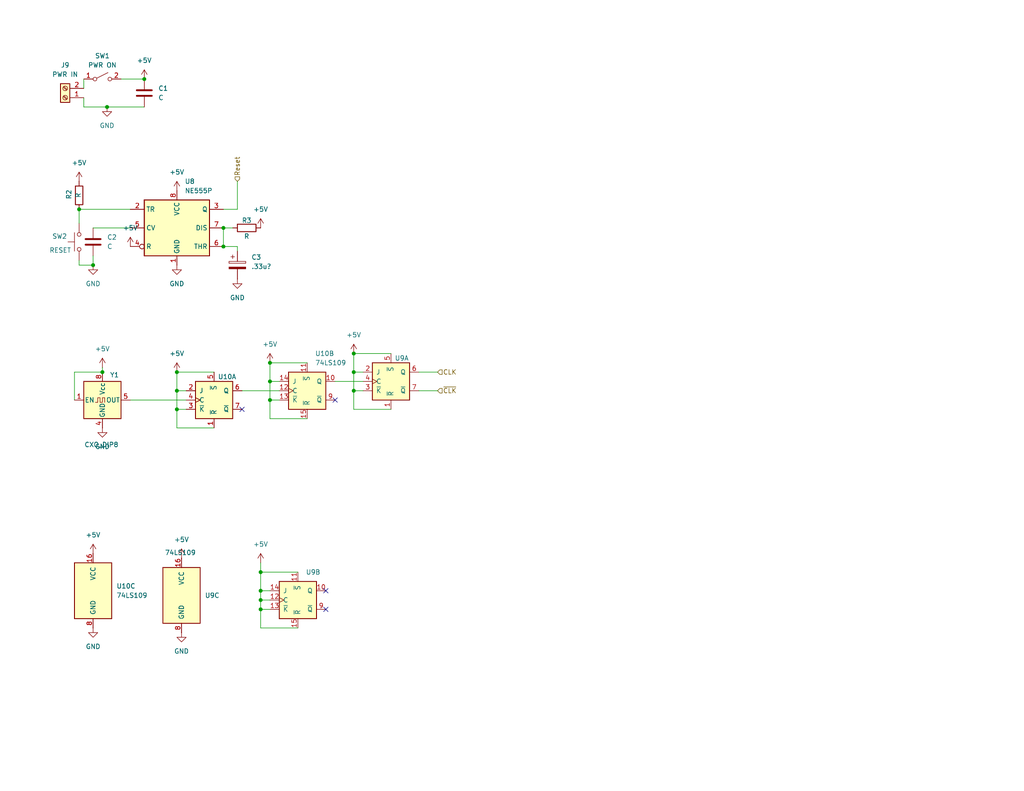
<source format=kicad_sch>
(kicad_sch (version 20250114) (generator "eeschema") (generator_version "9.0")
  (paper "A")
  (title_block (title "Big Boy") (date "2025-11-17") (rev "1"))
  (lib_symbols
    (symbol "74xx:74LS109" (pin_names (offset 1.016))
      (property "Reference" "U" (at -7.62 8.89 0))
      (property "Value" "74LS109" (at -7.62 -8.89 0))
      (symbol "74LS109_1_0"
        (pin input line (at -7.62 2.54 0) (length 2.54) (name "J") (number "2"))
        (pin input clock (at -7.62 0 0) (length 2.54) (name "C") (number "4"))
        (pin input line (at -7.62 -2.54 0) (length 2.54) (name "~{K}") (number "3"))
        (pin input line (at 0 7.62 270) (length 2.54) (name "~{S}") (number "5"))
        (pin input line (at 0 -7.62 90) (length 2.54) (name "~{R}") (number "1"))
        (pin output line (at 7.62 2.54 180) (length 2.54) (name "Q") (number "6"))
        (pin output line (at 7.62 -2.54 180) (length 2.54) (name "~{Q}") (number "7"))
      )
      (symbol "74LS109_1_1"
        (rectangle (start -5.08 5.08) (end 5.08 -5.08) (stroke (width 0.254)) (fill (type background)))
      )
      (symbol "74LS109_2_0"
        (pin input line (at -7.62 2.54 0) (length 2.54) (name "J") (number "14"))
        (pin input clock (at -7.62 0 0) (length 2.54) (name "C") (number "12"))
        (pin input line (at -7.62 -2.54 0) (length 2.54) (name "~{K}") (number "13"))
        (pin input line (at 0 7.62 270) (length 2.54) (name "~{S}") (number "11"))
        (pin input line (at 0 -7.62 90) (length 2.54) (name "~{R}") (number "15"))
        (pin output line (at 7.62 2.54 180) (length 2.54) (name "Q") (number "10"))
        (pin output line (at 7.62 -2.54 180) (length 2.54) (name "~{Q}") (number "9"))
      )
      (symbol "74LS109_2_1"
        (rectangle (start -5.08 5.08) (end 5.08 -5.08) (stroke (width 0.254)) (fill (type background)))
      )
      (symbol "74LS109_3_0"
        (pin power_in line (at 0 10.16 270) (length 2.54) (name "VCC") (number "16"))
        (pin power_in line (at 0 -10.16 90) (length 2.54) (name "GND") (number "8"))
      )
      (symbol "74LS109_3_1"
        (rectangle (start -5.08 7.62) (end 5.08 -7.62) (stroke (width 0.254)) (fill (type background)))
      )
    )
    (symbol "Connector:Screw_Terminal_01x02" (pin_names (offset 1.016) (hide yes))
      (property "Reference" "J" (at 0 2.54 0))
      (property "Value" "Screw_Terminal_01x02" (at 0 -5.08 0))
      (symbol "Screw_Terminal_01x02_1_1"
        (rectangle (start -1.27 1.27) (end 1.27 -3.81) (stroke (width 0.254)) (fill (type background)))
        (polyline (pts (xy -0.5334 0.3302) (xy 0.3302 -0.508)) (stroke (width 0.1524)))
        (polyline (pts (xy -0.5334 -2.2098) (xy 0.3302 -3.048)) (stroke (width 0.1524)))
        (polyline (pts (xy -0.3556 0.508) (xy 0.508 -0.3302)) (stroke (width 0.1524)))
        (polyline (pts (xy -0.3556 -2.032) (xy 0.508 -2.8702)) (stroke (width 0.1524)))
        (circle (center 0 0) (radius 0.635) (stroke (width 0.1524)))
        (circle (center 0 -2.54) (radius 0.635) (stroke (width 0.1524)))
        (pin passive line (at -5.08 0 0) (length 3.81) (name "Pin_1") (number "1"))
        (pin passive line (at -5.08 -2.54 0) (length 3.81) (name "Pin_2") (number "2"))
      )
    )
    (symbol "Device:C" (pin_numbers (hide yes)) (pin_names (offset 0.254))
      (property "Reference" "C" (at 0.635 2.54 0))
      (property "Value" "C" (at 0.635 -2.54 0))
      (symbol "C_0_1"
        (polyline (pts (xy -2.032 0.762) (xy 2.032 0.762)) (stroke (width 0.508)))
        (polyline (pts (xy -2.032 -0.762) (xy 2.032 -0.762)) (stroke (width 0.508)))
      )
      (symbol "C_1_1"
        (pin passive line (at 0 3.81 270) (length 2.794) (name "~") (number "1"))
        (pin passive line (at 0 -3.81 90) (length 2.794) (name "~") (number "2"))
      )
    )
    (symbol "Device:C_Polarized" (pin_numbers (hide yes)) (pin_names (offset 0.254))
      (property "Reference" "C" (at 0.635 2.54 0))
      (property "Value" "C_Polarized" (at 0.635 -2.54 0))
      (symbol "C_Polarized_0_1"
        (rectangle (start -2.286 0.508) (end 2.286 1.016))
        (polyline (pts (xy -1.778 2.286) (xy -0.762 2.286)))
        (polyline (pts (xy -1.27 2.794) (xy -1.27 1.778)))
        (rectangle (start 2.286 -0.508) (end -2.286 -1.016) (fill (type outline)))
      )
      (symbol "C_Polarized_1_1"
        (pin passive line (at 0 3.81 270) (length 2.794) (name "~") (number "1"))
        (pin passive line (at 0 -3.81 90) (length 2.794) (name "~") (number "2"))
      )
    )
    (symbol "Device:R" (pin_numbers (hide yes)) (pin_names (offset 0))
      (property "Reference" "R" (at 2.032 0 90))
      (property "Value" "R" (at 0 0 90))
      (symbol "R_0_1"
        (rectangle (start -1.016 -2.54) (end 1.016 2.54) (stroke (width 0.254)))
      )
      (symbol "R_1_1"
        (pin passive line (at 0 3.81 270) (length 1.27) (name "~") (number "1"))
        (pin passive line (at 0 -3.81 90) (length 1.27) (name "~") (number "2"))
      )
    )
    (symbol "Oscillator:CXO_DIP8" (pin_names (offset 0.254))
      (property "Reference" "Y" (at -5.08 6.35 0))
      (property "Value" "CXO_DIP8" (at 1.27 -6.35 0))
      (symbol "CXO_DIP8_0_1"
        (rectangle (start -5.08 5.08) (end 5.08 -5.08) (stroke (width 0.254)) (fill (type background)))
        (polyline (pts (xy -1.905 -0.635) (xy -1.27 -0.635) (xy -1.27 0.635) (xy -0.635 0.635) (xy -0.635 -0.635) (xy 0 -0.635) (xy 0 0.635) (xy 0.635 0.635) (xy 0.635 -0.635)))
      )
      (symbol "CXO_DIP8_1_1"
        (pin input line (at -7.62 0 0) (length 2.54) (name "EN") (number "1"))
        (pin power_in line (at 0 7.62 270) (length 2.54) (name "Vcc") (number "8"))
        (pin power_in line (at 0 -7.62 90) (length 2.54) (name "GND") (number "4"))
        (pin output line (at 7.62 0 180) (length 2.54) (name "OUT") (number "5"))
      )
    )
    (symbol "Switch:SW_Push" (pin_numbers (hide yes)) (pin_names (offset 1.016) (hide yes))
      (property "Reference" "SW" (at 1.27 2.54 0))
      (property "Value" "SW_Push" (at 0 -1.524 0))
      (symbol "SW_Push_0_1"
        (circle (center -2.032 0) (radius 0.508))
        (polyline (pts (xy 0 1.27) (xy 0 3.048)))
        (circle (center 2.032 0) (radius 0.508))
        (polyline (pts (xy 2.54 1.27) (xy -2.54 1.27)))
        (pin passive line (at -5.08 0 0) (length 2.54) (name "1") (number "1"))
        (pin passive line (at 5.08 0 180) (length 2.54) (name "2") (number "2"))
      )
    )
    (symbol "Switch:SW_SPST" (pin_names (offset 0) (hide yes))
      (property "Reference" "SW" (at 0 3.175 0))
      (property "Value" "SW_SPST" (at 0 -2.54 0))
      (symbol "SW_SPST_0_0"
        (circle (center -2.032 0) (radius 0.508))
        (polyline (pts (xy -1.524 0.254) (xy 1.524 1.778)))
        (circle (center 2.032 0) (radius 0.508))
      )
      (symbol "SW_SPST_1_1"
        (pin passive line (at -5.08 0 0) (length 2.54) (name "A") (number "1"))
        (pin passive line (at 5.08 0 180) (length 2.54) (name "B") (number "2"))
      )
    )
    (symbol "Timer:NE555P"
      (property "Reference" "U" (at -10.16 8.89 0))
      (property "Value" "NE555P" (at 2.54 8.89 0))
      (symbol "NE555P_0_0"
        (pin power_in line (at 0 10.16 270) (length 2.54) (name "VCC") (number "8"))
        (pin power_in line (at 0 -10.16 90) (length 2.54) (name "GND") (number "1"))
      )
      (symbol "NE555P_0_1"
        (rectangle (start -8.89 -7.62) (end 8.89 7.62) (stroke (width 0.254)) (fill (type background)))
        (rectangle (start -8.89 -7.62) (end 8.89 7.62) (stroke (width 0.254)) (fill (type background)))
      )
      (symbol "NE555P_1_1"
        (pin input line (at -12.7 5.08 0) (length 3.81) (name "TR") (number "2"))
        (pin input line (at -12.7 0 0) (length 3.81) (name "CV") (number "5"))
        (pin input inverted (at -12.7 -5.08 0) (length 3.81) (name "R") (number "4"))
        (pin output line (at 12.7 5.08 180) (length 3.81) (name "Q") (number "3"))
        (pin input line (at 12.7 0 180) (length 3.81) (name "DIS") (number "7"))
        (pin input line (at 12.7 -5.08 180) (length 3.81) (name "THR") (number "6"))
      )
    )
    (symbol "power:+5V" (power) (pin_numbers (hide yes)) (pin_names (offset 0) (hide yes))
      (property "Value" "+5V" (at 0 3.556 0))
      (symbol "+5V_0_1"
        (polyline (pts (xy -0.762 1.27) (xy 0 2.54)))
        (polyline (pts (xy 0 2.54) (xy 0.762 1.27)))
        (polyline (pts (xy 0 0) (xy 0 2.54)))
      )
      (symbol "+5V_1_1"
        (pin power_in line (at 0 0 90) (length 0) (name "~") (number "1"))
      )
    )
    (symbol "power:GND" (power) (pin_numbers (hide yes)) (pin_names (offset 0) (hide yes))
      (property "Value" "GND" (at 0 -3.81 0))
      (symbol "GND_0_1"
        (polyline (pts (xy 0 0) (xy 0 -1.27) (xy 1.27 -1.27) (xy 0 -2.54) (xy -1.27 -1.27) (xy 0 -1.27)))
      )
      (symbol "GND_1_1"
        (pin power_in line (at 0 0 270) (length 0) (name "~") (number "1"))
      )
    )
  )
  (junction (at 73.66 109.22))
  (junction (at 96.52 101.6))
  (junction (at 73.66 104.14))
  (junction (at 21.59 57.15))
  (junction (at 48.26 101.6))
  (junction (at 25.4 72.39))
  (junction (at 96.52 96.52))
  (junction (at 71.12 156.21))
  (junction (at 73.66 99.06))
  (junction (at 71.12 166.37))
  (junction (at 27.94 101.6))
  (junction (at 39.37 21.59))
  (junction (at 60.96 67.31))
  (junction (at 29.21 29.21))
  (junction (at 96.52 106.68))
  (junction (at 60.96 62.23))
  (junction (at 48.26 106.68))
  (junction (at 71.12 161.29))
  (junction (at 71.12 163.83))
  (junction (at 48.26 111.76))
  (no_connect (at 88.9 166.37))
  (no_connect (at 66.04 111.76))
  (no_connect (at 91.44 109.22))
  (no_connect (at 88.9 161.29))
  (wire (pts (xy 73.66 166.37) (xy 71.12 166.37)))
  (wire (pts (xy 73.66 99.06) (xy 83.82 99.06)))
  (wire (pts (xy 64.77 49.53) (xy 64.77 57.15)))
  (wire (pts (xy 21.59 57.15) (xy 35.56 57.15)))
  (wire (pts (xy 76.2 109.22) (xy 73.66 109.22)))
  (wire (pts (xy 39.37 29.21) (xy 29.21 29.21)))
  (wire (pts (xy 73.66 109.22) (xy 73.66 104.14)))
  (wire (pts (xy 48.26 101.6) (xy 48.26 106.68)))
  (wire (pts (xy 71.12 166.37) (xy 71.12 163.83)))
  (wire (pts (xy 48.26 106.68) (xy 50.8 106.68)))
  (wire (pts (xy 96.52 101.6) (xy 96.52 96.52)))
  (wire (pts (xy 71.12 156.21) (xy 71.12 161.29)))
  (wire (pts (xy 25.4 69.85) (xy 25.4 72.39)))
  (wire (pts (xy 73.66 163.83) (xy 71.12 163.83)))
  (wire (pts (xy 81.28 171.45) (xy 71.12 171.45)))
  (wire (pts (xy 21.59 57.15) (xy 21.59 60.96)))
  (wire (pts (xy 35.56 109.22) (xy 50.8 109.22)))
  (wire (pts (xy 99.06 101.6) (xy 96.52 101.6)))
  (wire (pts (xy 58.42 116.84) (xy 48.26 116.84)))
  (wire (pts (xy 48.26 116.84) (xy 48.26 111.76)))
  (wire (pts (xy 83.82 114.3) (xy 73.66 114.3)))
  (wire (pts (xy 50.8 111.76) (xy 48.26 111.76)))
  (wire (pts (xy 60.96 62.23) (xy 63.5 62.23)))
  (wire (pts (xy 20.32 101.6) (xy 27.94 101.6)))
  (wire (pts (xy 114.3 106.68) (xy 119.38 106.68)))
  (wire (pts (xy 20.32 109.22) (xy 20.32 101.6)))
  (wire (pts (xy 21.59 72.39) (xy 25.4 72.39)))
  (wire (pts (xy 60.96 57.15) (xy 64.77 57.15)))
  (wire (pts (xy 76.2 104.14) (xy 73.66 104.14)))
  (wire (pts (xy 66.04 106.68) (xy 76.2 106.68)))
  (wire (pts (xy 96.52 111.76) (xy 96.52 106.68)))
  (wire (pts (xy 64.77 67.31) (xy 64.77 68.58)))
  (wire (pts (xy 73.66 114.3) (xy 73.66 109.22)))
  (wire (pts (xy 71.12 171.45) (xy 71.12 166.37)))
  (wire (pts (xy 21.59 72.39) (xy 21.59 71.12)))
  (wire (pts (xy 48.26 111.76) (xy 48.26 106.68)))
  (wire (pts (xy 73.66 161.29) (xy 71.12 161.29)))
  (wire (pts (xy 60.96 62.23) (xy 60.96 67.31)))
  (wire (pts (xy 64.77 67.31) (xy 60.96 67.31)))
  (wire (pts (xy 106.68 111.76) (xy 96.52 111.76)))
  (wire (pts (xy 99.06 106.68) (xy 96.52 106.68)))
  (wire (pts (xy 73.66 104.14) (xy 73.66 99.06)))
  (wire (pts (xy 22.86 29.21) (xy 22.86 26.67)))
  (wire (pts (xy 27.94 100.33) (xy 27.94 101.6)))
  (wire (pts (xy 114.3 101.6) (xy 119.38 101.6)))
  (wire (pts (xy 71.12 161.29) (xy 71.12 163.83)))
  (wire (pts (xy 58.42 101.6) (xy 48.26 101.6)))
  (wire (pts (xy 71.12 156.21) (xy 71.12 153.67)))
  (wire (pts (xy 81.28 156.21) (xy 71.12 156.21)))
  (wire (pts (xy 22.86 29.21) (xy 29.21 29.21)))
  (wire (pts (xy 22.86 21.59) (xy 22.86 24.13)))
  (wire (pts (xy 33.02 21.59) (xy 39.37 21.59)))
  (wire (pts (xy 96.52 96.52) (xy 106.68 96.52)))
  (wire (pts (xy 96.52 106.68) (xy 96.52 101.6)))
  (wire (pts (xy 91.44 104.14) (xy 99.06 104.14)))
  (wire (pts (xy 25.4 62.23) (xy 35.56 62.23)))
  (hierarchical_label "Reset" (shape input) (at 64.77 49.53 90))
  (hierarchical_label "CLK" (shape input) (at 119.38 101.6 0))
  (hierarchical_label "~{CLK}" (shape input) (at 119.38 106.68 0))
  (symbol (lib_id "power:+5V") (at 48.26 52.07 0) (unit 1)
    (property "Reference" "#PWR56" (effects (hide yes)))
    (property "Value" "+5V" (at 48.26 46.99 0))
    (property "Description" "Power symbol creates a global label with name \"+5V\"" (effects (hide yes)))
  )
  (symbol (lib_id "power:GND") (at 29.21 29.21 0) (unit 1)
    (property "Reference" "#PWR54" (effects (hide yes)))
    (property "Value" "GND" (at 29.21 34.29 0))
    (property "Description" "Power symbol creates a global label with name \"GND\" , ground" (effects (hide yes)))
  )
  (symbol (lib_id "power:GND") (at 49.53 172.72 0) (unit 1)
    (property "Reference" "#PWR71" (effects (hide yes)))
    (property "Value" "GND" (at 49.53 177.8 0))
    (property "Description" "Power symbol creates a global label with name \"GND\" , ground" (effects (hide yes)))
  )
  (symbol (lib_id "power:+5V") (at 21.59 49.53 0) (unit 1)
    (property "Reference" "#PWR55" (effects (hide yes)))
    (property "Value" "+5V" (at 21.59 44.45 0))
    (property "Description" "Power symbol creates a global label with name \"+5V\"" (effects (hide yes)))
  )
  (symbol (lib_id "Connector:Screw_Terminal_01x02") (at 17.78 26.67 180) (unit 1)
    (property "Reference" "J9" (at 17.78 17.78 0))
    (property "Value" "PWR IN" (at 17.78 20.32 0))
    (property "Footprint" "TerminalBlock:TerminalBlock_Xinya_XY308-2.54-2P_1x02_P2.54mm_Horizontal" (effects (hide yes)))
    (property "Description" "Generic screw terminal, single row, 01x02, script generated (kicad-library-utils/schlib/autogen/connector/)" (effects (hide yes)))
  )
  (symbol (lib_id "power:GND") (at 25.4 72.39 0) (unit 1)
    (property "Reference" "#PWR59" (effects (hide yes)))
    (property "Value" "GND" (at 25.4 77.47 0))
    (property "Description" "Power symbol creates a global label with name \"GND\" , ground" (effects (hide yes)))
  )
  (symbol (lib_id "power:GND") (at 64.77 76.2 0) (unit 1)
    (property "Reference" "#PWR61" (effects (hide yes)))
    (property "Value" "GND" (at 64.77 81.28 0))
    (property "Description" "Power symbol creates a global label with name \"GND\" , ground" (effects (hide yes)))
  )
  (symbol (lib_id "Timer:NE555P") (at 48.26 62.23 0) (unit 1)
    (property "Reference" "U8" (at 50.4033 49.53 0) (effects (justify left)))
    (property "Value" "NE555P" (at 50.4033 52.07 0) (effects (justify left)))
    (property "Footprint" "Package_DIP:DIP-8_W7.62mm" (effects (hide yes)))
    (property "Datasheet" "http://www.ti.com/lit/ds/symlink/ne555.pdf" (effects (hide yes)))
    (property "Description" "Precision Timers, 555 compatible,  PDIP-8" (effects (hide yes)))
    (property "Note" "Or other 555-compatible " (effects (hide yes)))
  )
  (symbol (lib_id "power:+5V") (at 27.94 100.33 0) (unit 1)
    (property "Reference" "#PWR64" (effects (hide yes)))
    (property "Value" "+5V" (at 27.94 95.25 0))
    (property "Description" "Power symbol creates a global label with name \"+5V\"" (effects (hide yes)))
  )
  (symbol (lib_id "power:GND") (at 25.4 171.45 0) (unit 1)
    (property "Reference" "#PWR70" (effects (hide yes)))
    (property "Value" "GND" (at 25.4 176.53 0))
    (property "Description" "Power symbol creates a global label with name \"GND\" , ground" (effects (hide yes)))
  )
  (symbol (lib_id "Device:R") (at 67.31 62.23 90) (unit 1)
    (property "Reference" "R3" (at 67.31 60.198 90))
    (property "Value" "R" (at 67.31 64.516 90))
    (property "Footprint" "Resistor_THT:R_Axial_DIN0204_L3.6mm_D1.6mm_P7.62mm_Horizontal" (effects (hide yes)))
    (property "Description" "Resistor" (effects (hide yes)))
  )
  (symbol (lib_id "power:+5V") (at 71.12 62.23 0) (unit 1)
    (property "Reference" "#PWR57" (effects (hide yes)))
    (property "Value" "+5V" (at 71.12 57.15 0))
    (property "Description" "Power symbol creates a global label with name \"+5V\"" (effects (hide yes)))
  )
  (symbol (lib_id "power:+5V") (at 49.53 152.4 0) (unit 1)
    (property "Reference" "#PWR68" (effects (hide yes)))
    (property "Value" "+5V" (at 49.53 147.32 0))
    (property "Description" "Power symbol creates a global label with name \"+5V\"" (effects (hide yes)))
  )
  (symbol (lib_id "Device:C") (at 39.37 25.4 0) (unit 1)
    (property "Reference" "C1" (at 43.18 24.1299 0) (effects (justify left)))
    (property "Value" "C" (at 43.18 26.6699 0) (effects (justify left)))
    (property "Footprint" "Capacitor_THT:C_Disc_D3.0mm_W2.0mm_P2.50mm" (effects (hide yes)))
    (property "Description" "Unpolarized capacitor" (effects (hide yes)))
    (property "Note" "Place at least 1 per board?" (effects (hide yes)))
  )
  (symbol (lib_id "power:+5V") (at 73.66 99.06 0) (unit 1)
    (property "Reference" "#PWR63" (effects (hide yes)))
    (property "Value" "+5V" (at 73.66 93.98 0))
    (property "Description" "Power symbol creates a global label with name \"+5V\"" (effects (hide yes)))
  )
  (symbol (lib_id "power:+5V") (at 39.37 21.59 0) (unit 1)
    (property "Reference" "#PWR53" (effects (hide yes)))
    (property "Value" "+5V" (at 39.37 16.51 0))
    (property "Description" "Power symbol creates a global label with name \"+5V\"" (effects (hide yes)))
  )
  (symbol (lib_id "Switch:SW_Push") (at 21.59 66.04 90) (unit 1)
    (property "Reference" "SW2" (at 14.224 64.516 90) (effects (justify right)))
    (property "Value" "RESET" (at 13.462 68.326 90) (effects (justify right)))
    (property "Footprint" "Button_Switch_THT:SW_PUSH-12mm" (effects (hide yes)))
    (property "Description" "Push button switch, generic, two pins" (effects (hide yes)))
  )
  (symbol (lib_id "power:+5V") (at 96.52 96.52 0) (unit 1)
    (property "Reference" "#PWR62" (effects (hide yes)))
    (property "Value" "+5V" (at 96.52 91.44 0))
    (property "Description" "Power symbol creates a global label with name \"+5V\"" (effects (hide yes)))
  )
  (symbol (lib_id "74xx:74LS109") (at 58.42 109.22 0) (unit 1)
    (property "Reference" "U10" (at 59.436 102.87 0) (effects (justify left)))
    (property "Value" "74LS109" (at 44.958 150.876 0) (effects (justify left)))
    (property "Footprint" "Package_DIP:DIP-16_W7.62mm_Socket" (effects (hide yes)))
    (property "Datasheet" "http://www.ti.com/lit/gpn/sn74LS109" (effects (hide yes)))
    (property "Description" "Dual JK Flip-Flop, Set & Reset" (effects (hide yes)))
  )
  (symbol (lib_id "74xx:74LS109") (at 83.82 106.68 0) (unit 2)
    (property "Reference" "U10" (at 85.9633 96.52 0) (effects (justify left)))
    (property "Value" "74LS109" (at 85.9633 99.06 0) (effects (justify left)))
    (property "Footprint" "Package_DIP:DIP-16_W7.62mm_Socket" (effects (hide yes)))
    (property "Datasheet" "http://www.ti.com/lit/gpn/sn74LS109" (effects (hide yes)))
    (property "Description" "Dual JK Flip-Flop, Set & Reset" (effects (hide yes)))
  )
  (symbol (lib_id "74xx:74LS109") (at 25.4 161.29 0) (unit 3)
    (property "Reference" "U10" (at 31.75 160.0199 0) (effects (justify left)))
    (property "Value" "74LS109" (at 31.75 162.5599 0) (effects (justify left)))
    (property "Footprint" "Package_DIP:DIP-16_W7.62mm_Socket" (effects (hide yes)))
    (property "Datasheet" "http://www.ti.com/lit/gpn/sn74LS109" (effects (hide yes)))
    (property "Description" "Dual JK Flip-Flop, Set & Reset" (effects (hide yes)))
  )
  (symbol (lib_id "74xx:74LS109") (at 49.53 162.56 0) (unit 3)
    (property "Reference" "U9" (at 55.88 162.5599 0) (effects (justify left)))
    (property "Value" "74LS109" (effects (hide yes)))
    (property "Footprint" "Package_DIP:DIP-16_W7.62mm_Socket" (effects (hide yes)))
    (property "Datasheet" "http://www.ti.com/lit/gpn/sn74LS109" (effects (hide yes)))
    (property "Description" "Dual JK Flip-Flop, Set & Reset" (effects (hide yes)))
  )
  (symbol (lib_id "74xx:74LS109") (at 81.28 163.83 0) (unit 2)
    (property "Reference" "U9" (at 83.4233 156.21 0) (effects (justify left)))
    (property "Value" "74LS109" (effects (hide yes)))
    (property "Footprint" "Package_DIP:DIP-16_W7.62mm_Socket" (effects (hide yes)))
    (property "Datasheet" "http://www.ti.com/lit/gpn/sn74LS109" (effects (hide yes)))
    (property "Description" "Dual JK Flip-Flop, Set & Reset" (effects (hide yes)))
  )
  (symbol (lib_id "74xx:74LS109") (at 106.68 104.14 0) (unit 1)
    (property "Reference" "U9" (at 107.696 97.79 0) (effects (justify left)))
    (property "Value" "74LS109" (effects (hide yes)))
    (property "Footprint" "Package_DIP:DIP-16_W7.62mm_Socket" (effects (hide yes)))
    (property "Datasheet" "http://www.ti.com/lit/gpn/sn74LS109" (effects (hide yes)))
    (property "Description" "Dual JK Flip-Flop, Set & Reset" (effects (hide yes)))
  )
  (symbol (lib_id "Device:R") (at 21.59 53.34 180) (unit 1)
    (property "Reference" "R2" (at 18.796 53.086 90))
    (property "Value" "R" (at 21.336 53.34 90))
    (property "Footprint" "Resistor_THT:R_Axial_DIN0204_L3.6mm_D1.6mm_P7.62mm_Horizontal" (effects (hide yes)))
    (property "Description" "Resistor" (effects (hide yes)))
  )
  (symbol (lib_id "Device:C") (at 25.4 66.04 0) (unit 1)
    (property "Reference" "C2" (at 29.21 64.7699 0) (effects (justify left)))
    (property "Value" "C" (at 29.21 67.3099 0) (effects (justify left)))
    (property "Footprint" "Capacitor_THT:C_Disc_D3.4mm_W2.1mm_P2.50mm" (effects (hide yes)))
    (property "Description" "Unpolarized capacitor" (effects (hide yes)))
  )
  (symbol (lib_id "power:+5V") (at 71.12 153.67 0) (mirror y) (unit 1)
    (property "Reference" "#PWR69" (effects (hide yes)))
    (property "Value" "+5V" (at 71.12 148.59 0))
    (property "Description" "Power symbol creates a global label with name \"+5V\"" (effects (hide yes)))
  )
  (symbol (lib_id "power:+5V") (at 35.56 67.31 0) (unit 1)
    (property "Reference" "#PWR58" (effects (hide yes)))
    (property "Value" "+5V" (at 35.56 62.23 0))
    (property "Description" "Power symbol creates a global label with name \"+5V\"" (effects (hide yes)))
  )
  (symbol (lib_id "power:GND") (at 48.26 72.39 0) (unit 1)
    (property "Reference" "#PWR60" (effects (hide yes)))
    (property "Value" "GND" (at 48.26 77.47 0))
    (property "Description" "Power symbol creates a global label with name \"GND\" , ground" (effects (hide yes)))
  )
  (symbol (lib_id "Device:C_Polarized") (at 64.77 72.39 0) (unit 1)
    (property "Reference" "C3" (at 68.58 70.2309 0) (effects (justify left)))
    (property "Value" ".33u?" (at 68.58 72.7709 0) (effects (justify left)))
    (property "Footprint" "Capacitor_THT:CP_Radial_D4.0mm_P2.00mm" (effects (hide yes)))
    (property "Description" "Polarized capacitor" (effects (hide yes)))
  )
  (symbol (lib_id "Oscillator:CXO_DIP8") (at 27.94 109.22 0) (unit 1)
    (property "Reference" "Y1" (at 31.242 102.362 0))
    (property "Value" "CXO_DIP8" (at 27.686 121.412 0))
    (property "Footprint" "Oscillator:Oscillator_DIP-8" (effects (hide yes)))
    (property "Datasheet" "http://cdn-reichelt.de/documents/datenblatt/B400/OSZI.pdf" (effects (hide yes)))
    (property "Description" "Crystal Clock Oscillator, DIP8-style metal package" (effects (hide yes)))
  )
  (symbol (lib_id "Switch:SW_SPST") (at 27.94 21.59 0) (unit 1)
    (property "Reference" "SW1" (at 27.94 15.24 0))
    (property "Value" "PWR ON" (at 27.94 17.78 0))
    (property "Footprint" "Connector_Wire:SolderWire-2.5sqmm_1x02_P7.2mm_D2.4mm_OD3.6mm" (effects (hide yes)))
    (property "Description" "Single Pole Single Throw (SPST) switch" (effects (hide yes)))
    (property "Note" "Mounted to case. Alternatively, replace with a switched 5v PSU" (effects (hide yes)))
  )
  (symbol (lib_id "power:GND") (at 27.94 116.84 0) (unit 1)
    (property "Reference" "#PWR66" (effects (hide yes)))
    (property "Value" "GND" (at 27.94 121.92 0))
    (property "Description" "Power symbol creates a global label with name \"GND\" , ground" (effects (hide yes)))
  )
  (symbol (lib_id "power:+5V") (at 48.26 101.6 0) (unit 1)
    (property "Reference" "#PWR65" (effects (hide yes)))
    (property "Value" "+5V" (at 48.26 96.52 0))
    (property "Description" "Power symbol creates a global label with name \"+5V\"" (effects (hide yes)))
  )
  (symbol (lib_id "power:+5V") (at 25.4 151.13 0) (unit 1)
    (property "Reference" "#PWR67" (effects (hide yes)))
    (property "Value" "+5V" (at 25.4 146.05 0))
    (property "Description" "Power symbol creates a global label with name \"+5V\"" (effects (hide yes)))
  )
)
</source>
